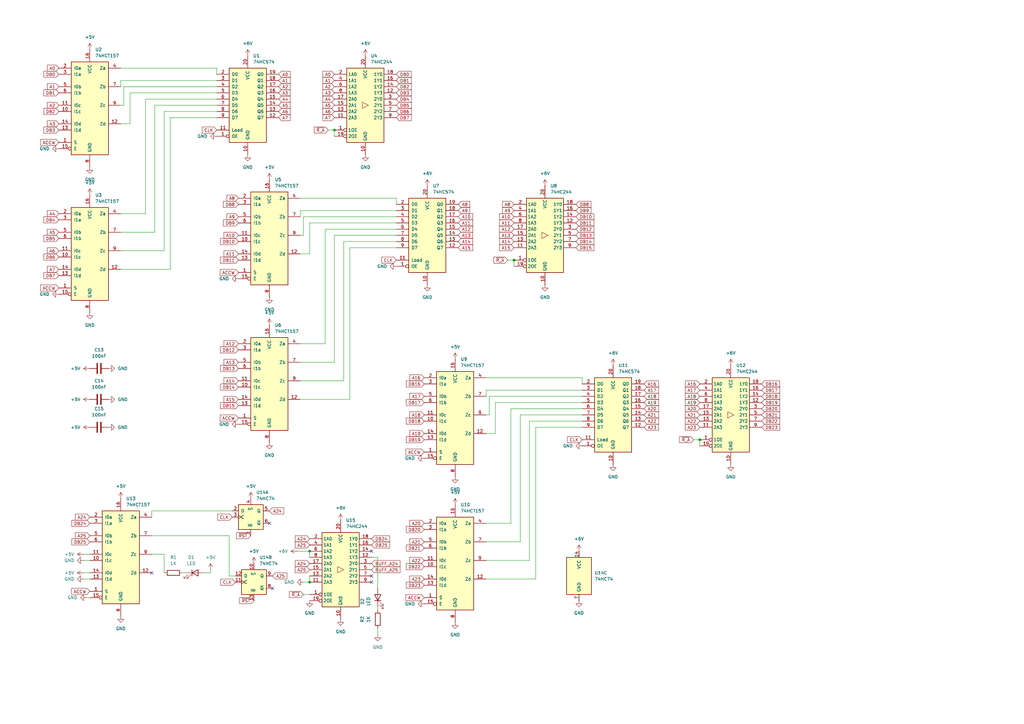
<source format=kicad_sch>
(kicad_sch (version 20250114) (generator "eeschema") (generator_version "9.0")
  (paper "A3")
  (junction (at 137.16 53.34))
  (junction (at 287.02 180.34))
  (junction (at 210.82 106.68))
  (junction (at 127 238.76))
  (junction (at 127 226.06))
  (no_connect (at 152.4 226.06))
  (no_connect (at 110.49 214.63))
  (no_connect (at 152.4 236.22))
  (no_connect (at 62.23 234.95))
  (no_connect (at 111.76 241.3))
  (no_connect (at 152.4 238.76))
  (wire (pts (xy 86.36 233.68) (xy 86.36 234.95)))
  (wire (pts (xy 34.29 229.87) (xy 36.83 229.87)))
  (wire (pts (xy 59.69 87.63) (xy 49.53 87.63)))
  (wire (pts (xy 121.92 226.06) (xy 127 226.06)))
  (wire (pts (xy 208.28 106.68) (xy 210.82 106.68)))
  (wire (pts (xy 238.76 175.26) (xy 219.71 175.26)))
  (wire (pts (xy 74.93 234.95) (xy 76.2 234.95)))
  (wire (pts (xy 238.76 154.94) (xy 238.76 157.48)))
  (wire (pts (xy 199.39 160.02) (xy 199.39 162.56)))
  (wire (pts (xy 238.76 172.72) (xy 217.17 172.72)))
  (wire (pts (xy 124.46 238.76) (xy 127 238.76)))
  (wire (pts (xy 213.36 170.18) (xy 213.36 222.25)))
  (wire (pts (xy 50.8 43.18) (xy 49.53 43.18)))
  (wire (pts (xy 62.23 227.33) (xy 67.31 227.33)))
  (wire (pts (xy 134.62 53.34) (xy 137.16 53.34)))
  (wire (pts (xy 137.16 148.59) (xy 123.19 148.59)))
  (wire (pts (xy 88.9 38.1) (xy 53.34 38.1)))
  (wire (pts (xy 124.46 88.9) (xy 124.46 96.52)))
  (wire (pts (xy 162.56 91.44) (xy 127 91.44)))
  (wire (pts (xy 162.56 96.52) (xy 137.16 96.52)))
  (wire (pts (xy 133.35 140.97) (xy 123.19 140.97)))
  (wire (pts (xy 93.98 219.71) (xy 93.98 236.22)))
  (wire (pts (xy 49.53 27.94) (xy 88.9 27.94)))
  (wire (pts (xy 50.8 35.56) (xy 50.8 43.18)))
  (wire (pts (xy 69.85 110.49) (xy 49.53 110.49)))
  (wire (pts (xy 162.56 101.6) (xy 143.51 101.6)))
  (wire (pts (xy 88.9 35.56) (xy 50.8 35.56)))
  (wire (pts (xy 67.31 102.87) (xy 49.53 102.87)))
  (wire (pts (xy 137.16 96.52) (xy 137.16 148.59)))
  (wire (pts (xy 238.76 167.64) (xy 209.55 167.64)))
  (wire (pts (xy 63.5 43.18) (xy 63.5 95.25)))
  (wire (pts (xy 287.02 180.34) (xy 287.02 182.88)))
  (wire (pts (xy 199.39 154.94) (xy 238.76 154.94)))
  (wire (pts (xy 49.53 33.02) (xy 49.53 35.56)))
  (wire (pts (xy 127 91.44) (xy 127 104.14)))
  (wire (pts (xy 162.56 99.06) (xy 140.97 99.06)))
  (wire (pts (xy 59.69 40.64) (xy 59.69 87.63)))
  (wire (pts (xy 140.97 156.21) (xy 123.19 156.21)))
  (wire (pts (xy 88.9 48.26) (xy 69.85 48.26)))
  (wire (pts (xy 143.51 101.6) (xy 143.51 163.83)))
  (wire (pts (xy 127 104.14) (xy 123.19 104.14)))
  (wire (pts (xy 67.31 227.33) (xy 67.31 234.95)))
  (wire (pts (xy 140.97 99.06) (xy 140.97 156.21)))
  (wire (pts (xy 162.56 88.9) (xy 124.46 88.9)))
  (wire (pts (xy 154.94 250.19) (xy 154.94 248.92)))
  (wire (pts (xy 203.2 177.8) (xy 199.39 177.8)))
  (wire (pts (xy 88.9 27.94) (xy 88.9 30.48)))
  (wire (pts (xy 62.23 219.71) (xy 93.98 219.71)))
  (wire (pts (xy 69.85 48.26) (xy 69.85 110.49)))
  (wire (pts (xy 238.76 170.18) (xy 213.36 170.18)))
  (wire (pts (xy 209.55 214.63) (xy 199.39 214.63)))
  (wire (pts (xy 284.48 180.34) (xy 287.02 180.34)))
  (wire (pts (xy 133.35 93.98) (xy 133.35 140.97)))
  (wire (pts (xy 88.9 40.64) (xy 59.69 40.64)))
  (wire (pts (xy 62.23 209.55) (xy 62.23 212.09)))
  (wire (pts (xy 154.94 257.81) (xy 154.94 260.35)))
  (wire (pts (xy 154.94 228.6) (xy 154.94 241.3)))
  (wire (pts (xy 238.76 162.56) (xy 200.66 162.56)))
  (wire (pts (xy 35.56 245.11) (xy 36.83 245.11)))
  (wire (pts (xy 34.29 227.33) (xy 36.83 227.33)))
  (wire (pts (xy 219.71 237.49) (xy 199.39 237.49)))
  (wire (pts (xy 203.2 165.1) (xy 203.2 177.8)))
  (wire (pts (xy 34.29 234.95) (xy 36.83 234.95)))
  (wire (pts (xy 127 226.06) (xy 127 228.6)))
  (wire (pts (xy 162.56 81.28) (xy 162.56 83.82)))
  (wire (pts (xy 95.25 209.55) (xy 62.23 209.55)))
  (wire (pts (xy 124.46 243.84) (xy 127 243.84)))
  (wire (pts (xy 88.9 33.02) (xy 49.53 33.02)))
  (wire (pts (xy 137.16 53.34) (xy 137.16 55.88)))
  (wire (pts (xy 53.34 50.8) (xy 49.53 50.8)))
  (wire (pts (xy 219.71 175.26) (xy 219.71 237.49)))
  (wire (pts (xy 143.51 163.83) (xy 123.19 163.83)))
  (wire (pts (xy 152.4 228.6) (xy 154.94 228.6)))
  (wire (pts (xy 127 238.76) (xy 127 236.22)))
  (wire (pts (xy 67.31 45.72) (xy 67.31 102.87)))
  (wire (pts (xy 213.36 222.25) (xy 199.39 222.25)))
  (wire (pts (xy 238.76 165.1) (xy 203.2 165.1)))
  (wire (pts (xy 200.66 162.56) (xy 200.66 170.18)))
  (wire (pts (xy 53.34 38.1) (xy 53.34 50.8)))
  (wire (pts (xy 34.29 237.49) (xy 36.83 237.49)))
  (wire (pts (xy 63.5 95.25) (xy 49.53 95.25)))
  (wire (pts (xy 210.82 106.68) (xy 210.82 109.22)))
  (wire (pts (xy 123.19 86.36) (xy 123.19 88.9)))
  (wire (pts (xy 123.19 81.28) (xy 162.56 81.28)))
  (wire (pts (xy 88.9 43.18) (xy 63.5 43.18)))
  (wire (pts (xy 162.56 93.98) (xy 133.35 93.98)))
  (wire (pts (xy 217.17 229.87) (xy 199.39 229.87)))
  (wire (pts (xy 238.76 160.02) (xy 199.39 160.02)))
  (wire (pts (xy 209.55 167.64) (xy 209.55 214.63)))
  (wire (pts (xy 162.56 86.36) (xy 123.19 86.36)))
  (wire (pts (xy 200.66 170.18) (xy 199.39 170.18)))
  (wire (pts (xy 88.9 45.72) (xy 67.31 45.72)))
  (wire (pts (xy 86.36 234.95) (xy 83.82 234.95)))
  (wire (pts (xy 124.46 96.52) (xy 123.19 96.52)))
  (wire (pts (xy 93.98 236.22) (xy 96.52 236.22)))
  (wire (pts (xy 217.17 172.72) (xy 217.17 229.87)))
  (global_label "DB16" (shape input) (at 312.42 157.48 0) (property "Intersheetrefs" "${INTERSHEET_REFS}" (effects (hide yes))))
  (global_label "A1" (shape input) (at 24.13 35.56 180) (property "Intersheetrefs" "${INTERSHEET_REFS}" (effects (hide yes))))
  (global_label "A4" (shape input) (at 24.13 87.63 180) (property "Intersheetrefs" "${INTERSHEET_REFS}" (effects (hide yes))))
  (global_label "A10" (shape input) (at 97.79 96.52 180) (property "Intersheetrefs" "${INTERSHEET_REFS}" (effects (hide yes))))
  (global_label "DB22" (shape input) (at 312.42 172.72 0) (property "Intersheetrefs" "${INTERSHEET_REFS}" (effects (hide yes))))
  (global_label "A11" (shape input) (at 97.79 104.14 180) (property "Intersheetrefs" "${INTERSHEET_REFS}" (effects (hide yes))))
  (global_label "A25" (shape input) (at 111.76 236.22 0) (property "Intersheetrefs" "${INTERSHEET_REFS}" (effects (hide yes))))
  (global_label "A14" (shape input) (at 97.79 156.21 180) (property "Intersheetrefs" "${INTERSHEET_REFS}" (effects (hide yes))))
  (global_label "DB24" (shape input) (at 36.83 214.63 180) (property "Intersheetrefs" "${INTERSHEET_REFS}" (effects (hide yes))))
  (global_label "A18" (shape input) (at 173.99 170.18 180) (property "Intersheetrefs" "${INTERSHEET_REFS}" (effects (hide yes))))
  (global_label "DB3" (shape input) (at 24.13 53.34 180) (property "Intersheetrefs" "${INTERSHEET_REFS}" (effects (hide yes))))
  (global_label "A20" (shape input) (at 173.99 214.63 180) (property "Intersheetrefs" "${INTERSHEET_REFS}" (effects (hide yes))))
  (global_label "A1" (shape input) (at 137.16 33.02 180) (property "Intersheetrefs" "${INTERSHEET_REFS}" (effects (hide yes))))
  (global_label "DB6" (shape input) (at 24.13 105.41 180) (property "Intersheetrefs" "${INTERSHEET_REFS}" (effects (hide yes))))
  (global_label "A16" (shape input) (at 264.16 157.48 0) (property "Intersheetrefs" "${INTERSHEET_REFS}" (effects (hide yes))))
  (global_label "A0" (shape input) (at 24.13 27.94 180) (property "Intersheetrefs" "${INTERSHEET_REFS}" (effects (hide yes))))
  (global_label "A25" (shape input) (at 127 223.52 180) (property "Intersheetrefs" "${INTERSHEET_REFS}" (effects (hide yes))))
  (global_label "DB23" (shape input) (at 173.99 240.03 180) (property "Intersheetrefs" "${INTERSHEET_REFS}" (effects (hide yes))))
  (global_label "A6" (shape input) (at 24.13 102.87 180) (property "Intersheetrefs" "${INTERSHEET_REFS}" (effects (hide yes))))
  (global_label "DB14" (shape input) (at 97.79 158.75 180) (property "Intersheetrefs" "${INTERSHEET_REFS}" (effects (hide yes))))
  (global_label "A24" (shape input) (at 127 220.98 180) (property "Intersheetrefs" "${INTERSHEET_REFS}" (effects (hide yes))))
  (global_label "DB23" (shape input) (at 312.42 175.26 0) (property "Intersheetrefs" "${INTERSHEET_REFS}" (effects (hide yes))))
  (global_label "A10" (shape input) (at 210.82 88.9 180) (property "Intersheetrefs" "${INTERSHEET_REFS}" (effects (hide yes))))
  (global_label "A7" (shape input) (at 24.13 110.49 180) (property "Intersheetrefs" "${INTERSHEET_REFS}" (effects (hide yes))))
  (global_label "DB8" (shape input) (at 97.79 83.82 180) (property "Intersheetrefs" "${INTERSHEET_REFS}" (effects (hide yes))))
  (global_label "ACCW" (shape input) (at 24.13 118.11 180) (property "Intersheetrefs" "${INTERSHEET_REFS}" (effects (hide yes))))
  (global_label "A3" (shape input) (at 114.3 38.1 0) (property "Intersheetrefs" "${INTERSHEET_REFS}" (effects (hide yes))))
  (global_label "ACCW" (shape input) (at 97.79 171.45 180) (property "Intersheetrefs" "${INTERSHEET_REFS}" (effects (hide yes))))
  (global_label "DB19" (shape input) (at 173.99 180.34 180) (property "Intersheetrefs" "${INTERSHEET_REFS}" (effects (hide yes))))
  (global_label "ACCW" (shape input) (at 36.83 242.57 180) (property "Intersheetrefs" "${INTERSHEET_REFS}" (effects (hide yes))))
  (global_label "A21" (shape input) (at 173.99 222.25 180) (property "Intersheetrefs" "${INTERSHEET_REFS}" (effects (hide yes))))
  (global_label "A4" (shape input) (at 137.16 40.64 180) (property "Intersheetrefs" "${INTERSHEET_REFS}" (effects (hide yes))))
  (global_label "A21" (shape input) (at 287.02 170.18 180) (property "Intersheetrefs" "${INTERSHEET_REFS}" (effects (hide yes))))
  (global_label "DB7" (shape input) (at 162.56 48.26 0) (property "Intersheetrefs" "${INTERSHEET_REFS}" (effects (hide yes))))
  (global_label "DB18" (shape input) (at 173.99 172.72 180) (property "Intersheetrefs" "${INTERSHEET_REFS}" (effects (hide yes))))
  (global_label "A20" (shape input) (at 287.02 167.64 180) (property "Intersheetrefs" "${INTERSHEET_REFS}" (effects (hide yes))))
  (global_label "A0" (shape input) (at 137.16 30.48 180) (property "Intersheetrefs" "${INTERSHEET_REFS}" (effects (hide yes))))
  (global_label "A16" (shape input) (at 287.02 157.48 180) (property "Intersheetrefs" "${INTERSHEET_REFS}" (effects (hide yes))))
  (global_label "A19" (shape input) (at 173.99 177.8 180) (property "Intersheetrefs" "${INTERSHEET_REFS}" (effects (hide yes))))
  (global_label "DB4" (shape input) (at 162.56 40.64 0) (property "Intersheetrefs" "${INTERSHEET_REFS}" (effects (hide yes))))
  (global_label "A17" (shape input) (at 287.02 160.02 180) (property "Intersheetrefs" "${INTERSHEET_REFS}" (effects (hide yes))))
  (global_label "A11" (shape input) (at 187.96 91.44 0) (property "Intersheetrefs" "${INTERSHEET_REFS}" (effects (hide yes))))
  (global_label "DB2" (shape input) (at 24.13 45.72 180) (property "Intersheetrefs" "${INTERSHEET_REFS}" (effects (hide yes))))
  (global_label "A5" (shape input) (at 137.16 43.18 180) (property "Intersheetrefs" "${INTERSHEET_REFS}" (effects (hide yes))))
  (global_label "DB17" (shape input) (at 173.99 165.1 180) (property "Intersheetrefs" "${INTERSHEET_REFS}" (effects (hide yes))))
  (global_label "ACCW" (shape input) (at 97.79 111.76 180) (property "Intersheetrefs" "${INTERSHEET_REFS}" (effects (hide yes))))
  (global_label "DB0" (shape input) (at 24.13 30.48 180) (property "Intersheetrefs" "${INTERSHEET_REFS}" (effects (hide yes))))
  (global_label "ACCW" (shape input) (at 173.99 245.11 180) (property "Intersheetrefs" "${INTERSHEET_REFS}" (effects (hide yes))))
  (global_label "DB5" (shape input) (at 24.13 97.79 180) (property "Intersheetrefs" "${INTERSHEET_REFS}" (effects (hide yes))))
  (global_label "A16" (shape input) (at 173.99 154.94 180) (property "Intersheetrefs" "${INTERSHEET_REFS}" (effects (hide yes))))
  (global_label "A2" (shape input) (at 24.13 43.18 180) (property "Intersheetrefs" "${INTERSHEET_REFS}" (effects (hide yes))))
  (global_label "DB2" (shape input) (at 162.56 35.56 0) (property "Intersheetrefs" "${INTERSHEET_REFS}" (effects (hide yes))))
  (global_label "A1" (shape input) (at 114.3 33.02 0) (property "Intersheetrefs" "${INTERSHEET_REFS}" (effects (hide yes))))
  (global_label "DB13" (shape input) (at 236.22 96.52 0) (property "Intersheetrefs" "${INTERSHEET_REFS}" (effects (hide yes))))
  (global_label "A10" (shape input) (at 187.96 88.9 0) (property "Intersheetrefs" "${INTERSHEET_REFS}" (effects (hide yes))))
  (global_label "A24" (shape input) (at 127 231.14 180) (property "Intersheetrefs" "${INTERSHEET_REFS}" (effects (hide yes))))
  (global_label "A14" (shape input) (at 210.82 99.06 180) (property "Intersheetrefs" "${INTERSHEET_REFS}" (effects (hide yes))))
  (global_label "A3" (shape input) (at 24.13 50.8 180) (property "Intersheetrefs" "${INTERSHEET_REFS}" (effects (hide yes))))
  (global_label "DB21" (shape input) (at 312.42 170.18 0) (property "Intersheetrefs" "${INTERSHEET_REFS}" (effects (hide yes))))
  (global_label "A18" (shape input) (at 287.02 162.56 180) (property "Intersheetrefs" "${INTERSHEET_REFS}" (effects (hide yes))))
  (global_label "DB12" (shape input) (at 97.79 143.51 180) (property "Intersheetrefs" "${INTERSHEET_REFS}" (effects (hide yes))))
  (global_label "DB11" (shape input) (at 97.79 106.68 180) (property "Intersheetrefs" "${INTERSHEET_REFS}" (effects (hide yes))))
  (global_label "DB9" (shape input) (at 97.79 91.44 180) (property "Intersheetrefs" "${INTERSHEET_REFS}" (effects (hide yes))))
  (global_label "A12" (shape input) (at 187.96 93.98 0) (property "Intersheetrefs" "${INTERSHEET_REFS}" (effects (hide yes))))
  (global_label "DB19" (shape input) (at 312.42 165.1 0) (property "Intersheetrefs" "${INTERSHEET_REFS}" (effects (hide yes))))
  (global_label "A12" (shape input) (at 210.82 93.98 180) (property "Intersheetrefs" "${INTERSHEET_REFS}" (effects (hide yes))))
  (global_label "A25" (shape input) (at 127 233.68 180) (property "Intersheetrefs" "${INTERSHEET_REFS}" (effects (hide yes))))
  (global_label "DB10" (shape input) (at 97.79 99.06 180) (property "Intersheetrefs" "${INTERSHEET_REFS}" (effects (hide yes))))
  (global_label "DB7" (shape input) (at 24.13 113.03 180) (property "Intersheetrefs" "${INTERSHEET_REFS}" (effects (hide yes))))
  (global_label "DB14" (shape input) (at 236.22 99.06 0) (property "Intersheetrefs" "${INTERSHEET_REFS}" (effects (hide yes))))
  (global_label "A2" (shape input) (at 137.16 35.56 180) (property "Intersheetrefs" "${INTERSHEET_REFS}" (effects (hide yes))))
  (global_label "DB1" (shape input) (at 162.56 33.02 0) (property "Intersheetrefs" "${INTERSHEET_REFS}" (effects (hide yes))))
  (global_label "A9" (shape input) (at 187.96 86.36 0) (property "Intersheetrefs" "${INTERSHEET_REFS}" (effects (hide yes))))
  (global_label "A13" (shape input) (at 97.79 148.59 180) (property "Intersheetrefs" "${INTERSHEET_REFS}" (effects (hide yes))))
  (global_label "A9" (shape input) (at 97.79 88.9 180) (property "Intersheetrefs" "${INTERSHEET_REFS}" (effects (hide yes))))
  (global_label "DB13" (shape input) (at 97.79 151.13 180) (property "Intersheetrefs" "${INTERSHEET_REFS}" (effects (hide yes))))
  (global_label "DB25" (shape input) (at 152.4 223.52 0) (property "Intersheetrefs" "${INTERSHEET_REFS}" (effects (hide yes))))
  (global_label "A7" (shape input) (at 114.3 48.26 0) (property "Intersheetrefs" "${INTERSHEET_REFS}" (effects (hide yes))))
  (global_label "DB24" (shape input) (at 152.4 220.98 0) (property "Intersheetrefs" "${INTERSHEET_REFS}" (effects (hide yes))))
  (global_label "A6" (shape input) (at 137.16 45.72 180) (property "Intersheetrefs" "${INTERSHEET_REFS}" (effects (hide yes))))
  (global_label "A9" (shape input) (at 210.82 86.36 180) (property "Intersheetrefs" "${INTERSHEET_REFS}" (effects (hide yes))))
  (global_label "DB6" (shape input) (at 162.56 45.72 0) (property "Intersheetrefs" "${INTERSHEET_REFS}" (effects (hide yes))))
  (global_label "A19" (shape input) (at 264.16 165.1 0) (property "Intersheetrefs" "${INTERSHEET_REFS}" (effects (hide yes))))
  (global_label "A15" (shape input) (at 97.79 163.83 180) (property "Intersheetrefs" "${INTERSHEET_REFS}" (effects (hide yes))))
  (global_label "A5" (shape input) (at 114.3 43.18 0) (property "Intersheetrefs" "${INTERSHEET_REFS}" (effects (hide yes))))
  (global_label "A23" (shape input) (at 287.02 175.26 180) (property "Intersheetrefs" "${INTERSHEET_REFS}" (effects (hide yes))))
  (global_label "A22" (shape input) (at 173.99 229.87 180) (property "Intersheetrefs" "${INTERSHEET_REFS}" (effects (hide yes))))
  (global_label "A8" (shape input) (at 97.79 81.28 180) (property "Intersheetrefs" "${INTERSHEET_REFS}" (effects (hide yes))))
  (global_label "A13" (shape input) (at 187.96 96.52 0) (property "Intersheetrefs" "${INTERSHEET_REFS}" (effects (hide yes))))
  (global_label "CLK" (shape input) (at 88.9 53.34 180) (property "Intersheetrefs" "${INTERSHEET_REFS}" (effects (hide yes))))
  (global_label "A13" (shape input) (at 210.82 96.52 180) (property "Intersheetrefs" "${INTERSHEET_REFS}" (effects (hide yes))))
  (global_label "A15" (shape input) (at 210.82 101.6 180) (property "Intersheetrefs" "${INTERSHEET_REFS}" (effects (hide yes))))
  (global_label "DB11" (shape input) (at 236.22 91.44 0) (property "Intersheetrefs" "${INTERSHEET_REFS}" (effects (hide yes))))
  (global_label "A22" (shape input) (at 287.02 172.72 180) (property "Intersheetrefs" "${INTERSHEET_REFS}" (effects (hide yes))))
  (global_label "ACCW" (shape input) (at 24.13 58.42 180) (property "Intersheetrefs" "${INTERSHEET_REFS}" (effects (hide yes))))
  (global_label "DB1" (shape input) (at 24.13 38.1 180) (property "Intersheetrefs" "${INTERSHEET_REFS}" (effects (hide yes))))
  (global_label "DB9" (shape input) (at 236.22 86.36 0) (property "Intersheetrefs" "${INTERSHEET_REFS}" (effects (hide yes))))
  (global_label "DB20" (shape input) (at 312.42 167.64 0) (property "Intersheetrefs" "${INTERSHEET_REFS}" (effects (hide yes))))
  (global_label "A8" (shape input) (at 210.82 83.82 180) (property "Intersheetrefs" "${INTERSHEET_REFS}" (effects (hide yes))))
  (global_label "~{RST}" (shape input) (at 102.87 219.71 180) (property "Intersheetrefs" "${INTERSHEET_REFS}" (effects (hide yes))))
  (global_label "~{R_A}" (shape input) (at 134.62 53.34 180) (property "Intersheetrefs" "${INTERSHEET_REFS}" (effects (hide yes))))
  (global_label "DB4" (shape input) (at 24.13 90.17 180) (property "Intersheetrefs" "${INTERSHEET_REFS}" (effects (hide yes))))
  (global_label "A23" (shape input) (at 264.16 175.26 0) (property "Intersheetrefs" "${INTERSHEET_REFS}" (effects (hide yes))))
  (global_label "A23" (shape input) (at 173.99 237.49 180) (property "Intersheetrefs" "${INTERSHEET_REFS}" (effects (hide yes))))
  (global_label "A12" (shape input) (at 97.79 140.97 180) (property "Intersheetrefs" "${INTERSHEET_REFS}" (effects (hide yes))))
  (global_label "A19" (shape input) (at 287.02 165.1 180) (property "Intersheetrefs" "${INTERSHEET_REFS}" (effects (hide yes))))
  (global_label "A4" (shape input) (at 114.3 40.64 0) (property "Intersheetrefs" "${INTERSHEET_REFS}" (effects (hide yes))))
  (global_label "DB0" (shape input) (at 162.56 30.48 0) (property "Intersheetrefs" "${INTERSHEET_REFS}" (effects (hide yes))))
  (global_label "DB15" (shape input) (at 236.22 101.6 0) (property "Intersheetrefs" "${INTERSHEET_REFS}" (effects (hide yes))))
  (global_label "DB20" (shape input) (at 173.99 217.17 180) (property "Intersheetrefs" "${INTERSHEET_REFS}" (effects (hide yes))))
  (global_label "~{R_A}" (shape input) (at 284.48 180.34 180) (property "Intersheetrefs" "${INTERSHEET_REFS}" (effects (hide yes))))
  (global_label "A22" (shape input) (at 264.16 172.72 0) (property "Intersheetrefs" "${INTERSHEET_REFS}" (effects (hide yes))))
  (global_label "~{R_A}" (shape input) (at 208.28 106.68 180) (property "Intersheetrefs" "${INTERSHEET_REFS}" (effects (hide yes))))
  (global_label "A21" (shape input) (at 264.16 170.18 0) (property "Intersheetrefs" "${INTERSHEET_REFS}" (effects (hide yes))))
  (global_label "DB10" (shape input) (at 236.22 88.9 0) (property "Intersheetrefs" "${INTERSHEET_REFS}" (effects (hide yes))))
  (global_label "DB17" (shape input) (at 312.42 160.02 0) (property "Intersheetrefs" "${INTERSHEET_REFS}" (effects (hide yes))))
  (global_label "A14" (shape input) (at 187.96 99.06 0) (property "Intersheetrefs" "${INTERSHEET_REFS}" (effects (hide yes))))
  (global_label "CLK" (shape input) (at 95.25 212.09 180) (property "Intersheetrefs" "${INTERSHEET_REFS}" (effects (hide yes))))
  (global_label "DB15" (shape input) (at 97.79 166.37 180) (property "Intersheetrefs" "${INTERSHEET_REFS}" (effects (hide yes))))
  (global_label "A18" (shape input) (at 264.16 162.56 0) (property "Intersheetrefs" "${INTERSHEET_REFS}" (effects (hide yes))))
  (global_label "DB3" (shape input) (at 162.56 38.1 0) (property "Intersheetrefs" "${INTERSHEET_REFS}" (effects (hide yes))))
  (global_label "DB12" (shape input) (at 236.22 93.98 0) (property "Intersheetrefs" "${INTERSHEET_REFS}" (effects (hide yes))))
  (global_label "~{R_A}" (shape input) (at 124.46 243.84 180) (property "Intersheetrefs" "${INTERSHEET_REFS}" (effects (hide yes))))
  (global_label "A11" (shape input) (at 210.82 91.44 180) (property "Intersheetrefs" "${INTERSHEET_REFS}" (effects (hide yes))))
  (global_label "A0" (shape input) (at 114.3 30.48 0) (property "Intersheetrefs" "${INTERSHEET_REFS}" (effects (hide yes))))
  (global_label "BUFF_A24" (shape input) (at 152.4 231.14 0) (property "Intersheetrefs" "${INTERSHEET_REFS}" (effects (hide yes))))
  (global_label "A17" (shape input) (at 173.99 162.56 180) (property "Intersheetrefs" "${INTERSHEET_REFS}" (effects (hide yes))))
  (global_label "DB16" (shape input) (at 173.99 157.48 180) (property "Intersheetrefs" "${INTERSHEET_REFS}" (effects (hide yes))))
  (global_label "A20" (shape input) (at 264.16 167.64 0) (property "Intersheetrefs" "${INTERSHEET_REFS}" (effects (hide yes))))
  (global_label "DB25" (shape input) (at 36.83 222.25 180) (property "Intersheetrefs" "${INTERSHEET_REFS}" (effects (hide yes))))
  (global_label "A3" (shape input) (at 137.16 38.1 180) (property "Intersheetrefs" "${INTERSHEET_REFS}" (effects (hide yes))))
  (global_label "A6" (shape input) (at 114.3 45.72 0) (property "Intersheetrefs" "${INTERSHEET_REFS}" (effects (hide yes))))
  (global_label "DB18" (shape input) (at 312.42 162.56 0) (property "Intersheetrefs" "${INTERSHEET_REFS}" (effects (hide yes))))
  (global_label "DB8" (shape input) (at 236.22 83.82 0) (property "Intersheetrefs" "${INTERSHEET_REFS}" (effects (hide yes))))
  (global_label "CLK" (shape input) (at 96.52 238.76 180) (property "Intersheetrefs" "${INTERSHEET_REFS}" (effects (hide yes))))
  (global_label "~{RST}" (shape input) (at 104.14 246.38 180) (property "Intersheetrefs" "${INTERSHEET_REFS}" (effects (hide yes))))
  (global_label "ACCW" (shape input) (at 173.99 185.42 180) (property "Intersheetrefs" "${INTERSHEET_REFS}" (effects (hide yes))))
  (global_label "BUFF_A25" (shape input) (at 152.4 233.68 0) (property "Intersheetrefs" "${INTERSHEET_REFS}" (effects (hide yes))))
  (global_label "DB5" (shape input) (at 162.56 43.18 0) (property "Intersheetrefs" "${INTERSHEET_REFS}" (effects (hide yes))))
  (global_label "A25" (shape input) (at 36.83 219.71 180) (property "Intersheetrefs" "${INTERSHEET_REFS}" (effects (hide yes))))
  (global_label "A24" (shape input) (at 36.83 212.09 180) (property "Intersheetrefs" "${INTERSHEET_REFS}" (effects (hide yes))))
  (global_label "A2" (shape input) (at 114.3 35.56 0) (property "Intersheetrefs" "${INTERSHEET_REFS}" (effects (hide yes))))
  (global_label "A5" (shape input) (at 24.13 95.25 180) (property "Intersheetrefs" "${INTERSHEET_REFS}" (effects (hide yes))))
  (global_label "A8" (shape input) (at 187.96 83.82 0) (property "Intersheetrefs" "${INTERSHEET_REFS}" (effects (hide yes))))
  (global_label "A15" (shape input) (at 187.96 101.6 0) (property "Intersheetrefs" "${INTERSHEET_REFS}" (effects (hide yes))))
  (global_label "CLK" (shape input) (at 238.76 180.34 180) (property "Intersheetrefs" "${INTERSHEET_REFS}" (effects (hide yes))))
  (global_label "CLK" (shape input) (at 162.56 106.68 180) (property "Intersheetrefs" "${INTERSHEET_REFS}" (effects (hide yes))))
  (global_label "DB22" (shape input) (at 173.99 232.41 180) (property "Intersheetrefs" "${INTERSHEET_REFS}" (effects (hide yes))))
  (global_label "A17" (shape input) (at 264.16 160.02 0) (property "Intersheetrefs" "${INTERSHEET_REFS}" (effects (hide yes))))
  (global_label "DB21" (shape input) (at 173.99 224.79 180) (property "Intersheetrefs" "${INTERSHEET_REFS}" (effects (hide yes))))
  (global_label "A24" (shape input) (at 110.49 209.55 0) (property "Intersheetrefs" "${INTERSHEET_REFS}" (effects (hide yes))))
  (global_label "A7" (shape input) (at 137.16 48.26 180) (property "Intersheetrefs" "${INTERSHEET_REFS}" (effects (hide yes))))
  (symbol (lib_id "74xx:74LS157") (at 186.69 229.87 0) (unit 1)
    (property "Reference" "U10" (at 188.8841 207.01 0) (effects (justify left)))
    (property "Value" "74HCT157" (at 188.8841 209.55 0) (effects (justify left)))
    (property "Footprint" "Package_SO:SO-16_3.9x9.9mm_P1.27mm" (effects (hide yes)))
    (property "Datasheet" "http://www.ti.com/lit/gpn/sn74LS157" (effects (hide yes)))
    (property "Description" "Quad 2 to 1 line Multiplexer" (effects (hide yes)))
    (property "VerilogCode" "ttl_74hct157 U10({I1d, I0d}, {I1c, I0c}, {I1b, I0b}, {I1a, I0a}, S, E, {Zd, Zc, Zb, Za});" (effects (hide yes)))
  )
  (symbol (lib_id "Device:C") (at 40.64 151.13 90) (unit 1)
    (property "Reference" "C13" (at 40.64 143.51 90))
    (property "Value" "100nF" (at 40.64 146.05 90))
    (property "Footprint" "Capacitor_SMD:C_0805_2012Metric_Pad1.18x1.45mm_HandSolder" (effects (hide yes)))
  )
  (symbol (lib_id "power:GND") (at 110.49 181.61 0) (unit 1)
    (property "Reference" "#PWR023" (effects (hide yes)))
    (property "Value" "GND" (at 110.49 186.69 0))
    (property "Description" "Power symbol creates a global label with name \"GND\" , ground" (effects (hide yes)))
  )
  (symbol (lib_id "power:GND") (at 124.46 238.76 270) (unit 1)
    (property "Reference" "#PWR054" (effects (hide yes)))
    (property "Value" "GND" (at 120.65 238.7599 90) (effects (justify right)))
    (property "Description" "Power symbol creates a global label with name \"GND\" , ground" (effects (hide yes)))
  )
  (symbol (lib_id "74xx:74LS573") (at 175.26 96.52 0) (unit 1)
    (property "Reference" "U7" (at 177.4541 76.2 0) (effects (justify left)))
    (property "Value" "74HC574" (at 177.4541 78.74 0) (effects (justify left)))
    (property "Footprint" "Package_SO:SO-20_12.8x7.5mm_P1.27mm" (effects (hide yes)))
    (property "Datasheet" "74xx/74hc573.pdf" (effects (hide yes)))
    (property "Description" "8-bit Latch 3-state outputs" (effects (hide yes)))
    (property "VerilogCode" "ttl_74hct574 U7(`D, `Q, Load, OE);" (effects (hide yes)))
  )
  (symbol (lib_id "power:GND") (at 97.79 173.99 270) (unit 1)
    (property "Reference" "#PWR019" (effects (hide yes)))
    (property "Value" "GND" (at 93.98 173.9899 90) (effects (justify right)))
    (property "Description" "Power symbol creates a global label with name \"GND\" , ground" (effects (hide yes)))
  )
  (symbol (lib_id "power:GND") (at 238.76 182.88 270) (unit 1)
    (property "Reference" "#PWR035" (effects (hide yes)))
    (property "Value" "GND" (at 234.95 182.8799 90) (effects (justify right)))
    (property "Description" "Power symbol creates a global label with name \"GND\" , ground" (effects (hide yes)))
  )
  (symbol (lib_id "power:GND") (at 44.45 151.13 90) (unit 1)
    (property "Reference" "#PWR0201" (effects (hide yes)))
    (property "Value" "GND" (at 48.26 151.1299 90) (effects (justify right)))
    (property "Description" "Power symbol creates a global label with name \"GND\" , ground" (effects (hide yes)))
  )
  (symbol (lib_id "power:+6V") (at 175.26 76.2 0) (unit 1)
    (property "Reference" "#PWR025" (effects (hide yes)))
    (property "Value" "+6V" (at 175.26 71.12 0))
    (property "Description" "Power symbol creates a global label with name \"+6V\"" (effects (hide yes)))
  )
  (symbol (lib_id "power:GND") (at 49.53 252.73 0) (unit 1)
    (property "Reference" "#PWR041" (effects (hide yes)))
    (property "Value" "GND" (at 49.53 257.81 0))
    (property "Description" "Power symbol creates a global label with name \"GND\" , ground" (effects (hide yes)))
  )
  (symbol (lib_id "power:+6V") (at 121.92 226.06 90) (unit 1)
    (property "Reference" "#PWR055" (effects (hide yes)))
    (property "Value" "+6V" (at 118.11 226.0599 90) (effects (justify left)))
    (property "Description" "Power symbol creates a global label with name \"+6V\"" (effects (hide yes)))
  )
  (symbol (lib_id "power:GND") (at 101.6 63.5 0) (unit 1)
    (property "Reference" "#PWR08" (effects (hide yes)))
    (property "Value" "GND" (at 101.6 68.58 0))
    (property "Description" "Power symbol creates a global label with name \"GND\" , ground" (effects (hide yes)))
  )
  (symbol (lib_id "power:GND") (at 44.45 175.26 90) (unit 1)
    (property "Reference" "#PWR0205" (effects (hide yes)))
    (property "Value" "GND" (at 48.26 175.2599 90) (effects (justify right)))
    (property "Description" "Power symbol creates a global label with name \"GND\" , ground" (effects (hide yes)))
  )
  (symbol (lib_id "power:+5V") (at 49.53 204.47 0) (unit 1)
    (property "Reference" "#PWR040" (effects (hide yes)))
    (property "Value" "+5V" (at 49.53 199.39 0))
    (property "Description" "Power symbol creates a global label with name \"+5V\"" (effects (hide yes)))
  )
  (symbol (lib_id "74xx:74HC244") (at 223.52 96.52 0) (unit 1)
    (property "Reference" "U8" (at 225.7141 76.2 0) (effects (justify left)))
    (property "Value" "74HC244" (at 225.7141 78.74 0) (effects (justify left)))
    (property "Footprint" "Package_SO:SO-20_12.8x7.5mm_P1.27mm" (effects (hide yes)))
    (property "Datasheet" "https://assets.nexperia.com/documents/data-sheet/74HC_HCT244.pdf" (effects (hide yes)))
    (property "Description" "8-bit Buffer/Line Driver 3-state" (effects (hide yes)))
    (property "VerilogCode" "ttl_74hc244 U8(`_1A, `_2A, `_1Y, `_2Y, _1OE, _2OE);" (effects (hide yes)))
  )
  (symbol (lib_id "power:GND") (at 251.46 190.5 0) (unit 1)
    (property "Reference" "#PWR037" (effects (hide yes)))
    (property "Value" "GND" (at 251.46 195.58 0))
    (property "Description" "Power symbol creates a global label with name \"GND\" , ground" (effects (hide yes)))
  )
  (symbol (lib_id "power:GND") (at 35.56 245.11 270) (unit 1)
    (property "Reference" "#PWR042" (effects (hide yes)))
    (property "Value" "GND" (at 31.75 245.1099 90) (effects (justify right)))
    (property "Description" "Power symbol creates a global label with name \"GND\" , ground" (effects (hide yes)))
  )
  (symbol (lib_id "power:+5V") (at 34.29 234.95 90) (unit 1)
    (property "Reference" "#PWR044" (effects (hide yes)))
    (property "Value" "+5V" (at 30.48 234.9499 90) (effects (justify left)))
    (property "Description" "Power symbol creates a global label with name \"+5V\"" (effects (hide yes)))
  )
  (symbol (lib_id "power:GND") (at 34.29 229.87 270) (unit 1)
    (property "Reference" "#PWR045" (effects (hide yes)))
    (property "Value" "GND" (at 30.48 229.8699 90) (effects (justify right)))
    (property "Description" "Power symbol creates a global label with name \"GND\" , ground" (effects (hide yes)))
  )
  (symbol (lib_id "power:+5V") (at 36.83 175.26 90) (unit 1)
    (property "Reference" "#PWR0204" (effects (hide yes)))
    (property "Value" "+5V" (at 33.02 175.2599 90) (effects (justify left)))
    (property "Description" "Power symbol creates a global label with name \"+5V\"" (effects (hide yes)))
  )
  (symbol (lib_id "74xx:74LS157") (at 49.53 227.33 0) (unit 1)
    (property "Reference" "U13" (at 51.7241 204.47 0) (effects (justify left)))
    (property "Value" "74HCT157" (at 51.7241 207.01 0) (effects (justify left)))
    (property "Footprint" "Package_SO:SO-16_3.9x9.9mm_P1.27mm" (effects (hide yes)))
    (property "Datasheet" "http://www.ti.com/lit/gpn/sn74LS157" (effects (hide yes)))
    (property "Description" "Quad 2 to 1 line Multiplexer" (effects (hide yes)))
    (property "VerilogCode" "ttl_74hct157 U13({I1d, I0d}, {I1c, I0c}, {I1b, I0b}, {I1a, I0a}, S, E, {Zd, Zc, Zb, Za});" (effects (hide yes)))
  )
  (symbol (lib_id "power:+6V") (at 149.86 22.86 0) (unit 1)
    (property "Reference" "#PWR016" (effects (hide yes)))
    (property "Value" "+6V" (at 149.86 17.78 0))
    (property "Description" "Power symbol creates a global label with name \"+6V\"" (effects (hide yes)))
  )
  (symbol (lib_id "power:GND") (at 149.86 63.5 0) (unit 1)
    (property "Reference" "#PWR017" (effects (hide yes)))
    (property "Value" "GND" (at 149.86 68.58 0))
    (property "Description" "Power symbol creates a global label with name \"GND\" , ground" (effects (hide yes)))
  )
  (symbol (lib_id "power:+5V") (at 36.83 80.01 0) (unit 1)
    (property "Reference" "#PWR011" (effects (hide yes)))
    (property "Value" "+5V" (at 36.83 74.93 0))
    (property "Description" "Power symbol creates a global label with name \"+5V\"" (effects (hide yes)))
  )
  (symbol (lib_id "74xx:74HC74") (at 104.14 238.76 0) (unit 2)
    (property "Reference" "U14" (at 106.3341 228.6 0) (effects (justify left)))
    (property "Value" "74HC74" (at 106.3341 231.14 0) (effects (justify left)))
    (property "Footprint" "Package_SO:SO-14_3.9x8.65mm_P1.27mm" (effects (hide yes)))
    (property "Datasheet" "74xx/74hc_hct74.pdf" (effects (hide yes)))
    (property "Description" "Dual D Flip-flop, Set & Reset" (effects (hide yes)))
    (property "VerilogCode" "ttl_74hc74 U14(D_2, C_3, nS_4, nR_1, Q_5, nQ_6, D_12, C_11, nS_10, nR_13, Q_9, nQ_8);" (effects (hide yes)))
  )
  (symbol (lib_id "power:GND") (at 223.52 116.84 0) (unit 1)
    (property "Reference" "#PWR028" (effects (hide yes)))
    (property "Value" "GND" (at 223.52 121.92 0))
    (property "Description" "Power symbol creates a global label with name \"GND\" , ground" (effects (hide yes)))
  )
  (symbol (lib_id "74xx:74LS157") (at 110.49 156.21 0) (unit 1)
    (property "Reference" "U6" (at 112.6841 133.35 0) (effects (justify left)))
    (property "Value" "74HCT157" (at 112.6841 135.89 0) (effects (justify left)))
    (property "Footprint" "Package_SO:SO-16_3.9x9.9mm_P1.27mm" (effects (hide yes)))
    (property "Datasheet" "http://www.ti.com/lit/gpn/sn74LS157" (effects (hide yes)))
    (property "Description" "Quad 2 to 1 line Multiplexer" (effects (hide yes)))
    (property "VerilogCode" "ttl_74hct157 U6({I1d, I0d}, {I1c, I0c}, {I1b, I0b}, {I1a, I0a}, S, E, {Zd, Zc, Zb, Za});" (effects (hide yes)))
  )
  (symbol (lib_id "74xx:74LS157") (at 36.83 102.87 0) (unit 1)
    (property "Reference" "U3" (at 39.0241 80.01 0) (effects (justify left)))
    (property "Value" "74HCT157" (at 39.0241 82.55 0) (effects (justify left)))
    (property "Footprint" "Package_SO:SO-16_3.9x9.9mm_P1.27mm" (effects (hide yes)))
    (property "Datasheet" "http://www.ti.com/lit/gpn/sn74LS157" (effects (hide yes)))
    (property "Description" "Quad 2 to 1 line Multiplexer" (effects (hide yes)))
    (property "VerilogCode" "ttl_74hct157 U3({I1d, I0d}, {I1c, I0c}, {I1b, I0b}, {I1a, I0a}, S, E, {Zd, Zc, Zb, Za});" (effects (hide yes)))
  )
  (symbol (lib_id "power:GND") (at 97.79 114.3 270) (unit 1)
    (property "Reference" "#PWR018" (effects (hide yes)))
    (property "Value" "GND" (at 93.98 114.2999 90) (effects (justify right)))
    (property "Description" "Power symbol creates a global label with name \"GND\" , ground" (effects (hide yes)))
  )
  (symbol (lib_id "74xx:74LS157") (at 186.69 170.18 0) (unit 1)
    (property "Reference" "U9" (at 188.8841 147.32 0) (effects (justify left)))
    (property "Value" "74HCT157" (at 188.8841 149.86 0) (effects (justify left)))
    (property "Footprint" "Package_SO:SO-16_3.9x9.9mm_P1.27mm" (effects (hide yes)))
    (property "Datasheet" "http://www.ti.com/lit/gpn/sn74LS157" (effects (hide yes)))
    (property "Description" "Quad 2 to 1 line Multiplexer" (effects (hide yes)))
    (property "VerilogCode" "ttl_74hct157 U9({I1d, I0d}, {I1c, I0c}, {I1b, I0b}, {I1a, I0a}, S, E, {Zd, Zc, Zb, Za});" (effects (hide yes)))
  )
  (symbol (lib_id "power:GND") (at 36.83 68.58 0) (unit 1)
    (property "Reference" "#PWR015" (effects (hide yes)))
    (property "Value" "GND" (at 36.83 73.66 0))
    (property "Description" "Power symbol creates a global label with name \"GND\" , ground" (effects (hide yes)))
  )
  (symbol (lib_id "power:GND") (at 36.83 128.27 0) (unit 1)
    (property "Reference" "#PWR014" (effects (hide yes)))
    (property "Value" "GND" (at 36.83 133.35 0))
    (property "Description" "Power symbol creates a global label with name \"GND\" , ground" (effects (hide yes)))
  )
  (symbol (lib_id "power:+5V") (at 186.69 207.01 0) (unit 1)
    (property "Reference" "#PWR033" (effects (hide yes)))
    (property "Value" "+5V" (at 186.69 201.93 0))
    (property "Description" "Power symbol creates a global label with name \"+5V\"" (effects (hide yes)))
  )
  (symbol (lib_id "Device:R") (at 71.12 234.95 90) (unit 1)
    (property "Reference" "R1" (at 71.12 228.6 90))
    (property "Value" "1K" (at 71.12 231.14 90))
    (property "Footprint" "Resistor_SMD:R_1206_3216Metric_Pad1.30x1.75mm_HandSolder" (effects (hide yes)))
    (property "VerilogCode" "assign _1 = _2;" (effects (hide yes)))
  )
  (symbol (lib_id "74xx:74HC244") (at 149.86 43.18 0) (unit 1)
    (property "Reference" "U4" (at 152.0541 22.86 0) (effects (justify left)))
    (property "Value" "74HC244" (at 152.0541 25.4 0) (effects (justify left)))
    (property "Footprint" "Package_SO:SO-20_12.8x7.5mm_P1.27mm" (effects (hide yes)))
    (property "Datasheet" "https://assets.nexperia.com/documents/data-sheet/74HC_HCT244.pdf" (effects (hide yes)))
    (property "Description" "8-bit Buffer/Line Driver 3-state" (effects (hide yes)))
    (property "VerilogCode" "ttl_74hc244 U4(`_1A, `_2A, `_1Y, `_2Y, _1OE, _2OE);" (effects (hide yes)))
  )
  (symbol (lib_id "Device:R") (at 154.94 254 180) (unit 1)
    (property "Reference" "R2" (at 148.59 254 90))
    (property "Value" "1K" (at 151.13 254 90))
    (property "Footprint" "Resistor_SMD:R_1206_3216Metric_Pad1.30x1.75mm_HandSolder" (effects (hide yes)))
    (property "VerilogCode" "assign _1 = _2;" (effects (hide yes)))
  )
  (symbol (lib_id "74xx:74HC244") (at 299.72 170.18 0) (unit 1)
    (property "Reference" "U12" (at 301.9141 149.86 0) (effects (justify left)))
    (property "Value" "74HC244" (at 301.9141 152.4 0) (effects (justify left)))
    (property "Footprint" "Package_SO:SO-20_12.8x7.5mm_P1.27mm" (effects (hide yes)))
    (property "Datasheet" "https://assets.nexperia.com/documents/data-sheet/74HC_HCT244.pdf" (effects (hide yes)))
    (property "Description" "8-bit Buffer/Line Driver 3-state" (effects (hide yes)))
    (property "VerilogCode" "ttl_74hc244 U12(`_1A, `_2A, `_1Y, `_2Y, _1OE, _2OE);" (effects (hide yes)))
  )
  (symbol (lib_id "power:+6V") (at 251.46 149.86 0) (unit 1)
    (property "Reference" "#PWR036" (effects (hide yes)))
    (property "Value" "+6V" (at 251.46 144.78 0))
    (property "Description" "Power symbol creates a global label with name \"+6V\"" (effects (hide yes)))
  )
  (symbol (lib_id "power:GND") (at 24.13 60.96 270) (unit 1)
    (property "Reference" "#PWR012" (effects (hide yes)))
    (property "Value" "GND" (at 20.32 60.9599 90) (effects (justify right)))
    (property "Description" "Power symbol creates a global label with name \"GND\" , ground" (effects (hide yes)))
  )
  (symbol (lib_id "power:GND") (at 175.26 116.84 0) (unit 1)
    (property "Reference" "#PWR026" (effects (hide yes)))
    (property "Value" "GND" (at 175.26 121.92 0))
    (property "Description" "Power symbol creates a global label with name \"GND\" , ground" (effects (hide yes)))
  )
  (symbol (lib_id "power:GND") (at 299.72 190.5 0) (unit 1)
    (property "Reference" "#PWR039" (effects (hide yes)))
    (property "Value" "GND" (at 299.72 195.58 0))
    (property "Description" "Power symbol creates a global label with name \"GND\" , ground" (effects (hide yes)))
  )
  (symbol (lib_id "74xx:74HC244") (at 139.7 233.68 0) (unit 1)
    (property "Reference" "U15" (at 141.8941 213.36 0) (effects (justify left)))
    (property "Value" "74HC244" (at 141.8941 215.9 0) (effects (justify left)))
    (property "Footprint" "Package_SO:SO-20_12.8x7.5mm_P1.27mm" (effects (hide yes)))
    (property "Datasheet" "https://assets.nexperia.com/documents/data-sheet/74HC_HCT244.pdf" (effects (hide yes)))
    (property "Description" "8-bit Buffer/Line Driver 3-state" (effects (hide yes)))
    (property "VerilogCode" "ttl_74hc244 U15(`_1A, `_2A, `_1Y, `_2Y, _1OE, _2OE);" (effects (hide yes)))
  )
  (symbol (lib_id "Device:C") (at 40.64 175.26 90) (unit 1)
    (property "Reference" "C15" (at 40.64 167.64 90))
    (property "Value" "100nF" (at 40.64 170.18 90))
    (property "Footprint" "Capacitor_SMD:C_0805_2012Metric_Pad1.18x1.45mm_HandSolder" (effects (hide yes)))
  )
  (symbol (lib_id "power:+6V") (at 101.6 22.86 0) (unit 1)
    (property "Reference" "#PWR07" (effects (hide yes)))
    (property "Value" "+6V" (at 101.6 17.78 0))
    (property "Description" "Power symbol creates a global label with name \"+6V\"" (effects (hide yes)))
  )
  (symbol (lib_id "power:+5V") (at 102.87 204.47 0) (unit 1)
    (property "Reference" "#PWR050" (effects (hide yes)))
    (property "Value" "+5V" (at 102.87 199.39 0))
    (property "Description" "Power symbol creates a global label with name \"+5V\"" (effects (hide yes)))
  )
  (symbol (lib_id "power:GND") (at 139.7 254 0) (unit 1)
    (property "Reference" "#PWR053" (effects (hide yes)))
    (property "Value" "GND" (at 139.7 259.08 0))
    (property "Description" "Power symbol creates a global label with name \"GND\" , ground" (effects (hide yes)))
  )
  (symbol (lib_id "power:GND") (at 162.56 109.22 270) (unit 1)
    (property "Reference" "#PWR024" (effects (hide yes)))
    (property "Value" "GND" (at 158.75 109.2199 90) (effects (justify right)))
    (property "Description" "Power symbol creates a global label with name \"GND\" , ground" (effects (hide yes)))
  )
  (symbol (lib_id "Device:C") (at 40.64 163.83 90) (unit 1)
    (property "Reference" "C14" (at 40.64 156.21 90))
    (property "Value" "100nF" (at 40.64 158.75 90))
    (property "Footprint" "Capacitor_SMD:C_0805_2012Metric_Pad1.18x1.45mm_HandSolder" (effects (hide yes)))
  )
  (symbol (lib_id "power:GND") (at 237.49 246.38 0) (unit 1)
    (property "Reference" "#PWR049" (effects (hide yes)))
    (property "Value" "GND" (at 237.49 251.46 0))
    (property "Description" "Power symbol creates a global label with name \"GND\" , ground" (effects (hide yes)))
  )
  (symbol (lib_id "power:GND") (at 173.99 187.96 270) (unit 1)
    (property "Reference" "#PWR029" (effects (hide yes)))
    (property "Value" "GND" (at 170.18 187.9599 90) (effects (justify right)))
    (property "Description" "Power symbol creates a global label with name \"GND\" , ground" (effects (hide yes)))
  )
  (symbol (lib_id "74xx:74LS573") (at 101.6 43.18 0) (unit 1)
    (property "Reference" "U1" (at 103.7941 22.86 0) (effects (justify left)))
    (property "Value" "74HC574" (at 103.7941 25.4 0) (effects (justify left)))
    (property "Footprint" "Package_SO:SO-20_12.8x7.5mm_P1.27mm" (effects (hide yes)))
    (property "Datasheet" "74xx/74hc573.pdf" (effects (hide yes)))
    (property "Description" "8-bit Latch 3-state outputs" (effects (hide yes)))
    (property "VerilogCode" "ttl_74hct574 U1(`D, `Q, Load, OE);" (effects (hide yes)))
  )
  (symbol (lib_id "power:+5V") (at 34.29 227.33 90) (unit 1)
    (property "Reference" "#PWR043" (effects (hide yes)))
    (property "Value" "+5V" (at 30.48 227.3299 90) (effects (justify left)))
    (property "Description" "Power symbol creates a global label with name \"+5V\"" (effects (hide yes)))
  )
  (symbol (lib_id "power:GND") (at 173.99 247.65 270) (unit 1)
    (property "Reference" "#PWR030" (effects (hide yes)))
    (property "Value" "GND" (at 170.18 247.6499 90) (effects (justify right)))
    (property "Description" "Power symbol creates a global label with name \"GND\" , ground" (effects (hide yes)))
  )
  (symbol (lib_id "power:GND") (at 154.94 260.35 0) (unit 1)
    (property "Reference" "#PWR056" (effects (hide yes)))
    (property "Value" "GND" (at 154.94 265.43 0))
    (property "Description" "Power symbol creates a global label with name \"GND\" , ground" (effects (hide yes)))
  )
  (symbol (lib_id "74xx:74LS157") (at 36.83 43.18 0) (unit 1)
    (property "Reference" "U2" (at 39.0241 20.32 0) (effects (justify left)))
    (property "Value" "74HCT157" (at 39.0241 22.86 0) (effects (justify left)))
    (property "Footprint" "Package_SO:SO-16_3.9x9.9mm_P1.27mm" (effects (hide yes)))
    (property "Datasheet" "http://www.ti.com/lit/gpn/sn74LS157" (effects (hide yes)))
    (property "Description" "Quad 2 to 1 line Multiplexer" (effects (hide yes)))
    (property "VerilogCode" "ttl_74hct157 U2({I1d, I0d}, {I1c, I0c}, {I1b, I0b}, {I1a, I0a}, S, E, {Zd, Zc, Zb, Za});" (effects (hide yes)))
  )
  (symbol (lib_id "74xx:74LS157") (at 110.49 96.52 0) (unit 1)
    (property "Reference" "U5" (at 112.6841 73.66 0) (effects (justify left)))
    (property "Value" "74HCT157" (at 112.6841 76.2 0) (effects (justify left)))
    (property "Footprint" "Package_SO:SO-16_3.9x9.9mm_P1.27mm" (effects (hide yes)))
    (property "Datasheet" "http://www.ti.com/lit/gpn/sn74LS157" (effects (hide yes)))
    (property "Description" "Quad 2 to 1 line Multiplexer" (effects (hide yes)))
    (property "VerilogCode" "ttl_74hct157 U5({I1d, I0d}, {I1c, I0c}, {I1b, I0b}, {I1a, I0a}, S, E, {Zd, Zc, Zb, Za});" (effects (hide yes)))
  )
  (symbol (lib_id "power:+6V") (at 223.52 76.2 0) (unit 1)
    (property "Reference" "#PWR027" (effects (hide yes)))
    (property "Value" "+6V" (at 223.52 71.12 0))
    (property "Description" "Power symbol creates a global label with name \"+6V\"" (effects (hide yes)))
  )
  (symbol (lib_id "power:GND") (at 186.69 255.27 0) (unit 1)
    (property "Reference" "#PWR034" (effects (hide yes)))
    (property "Value" "GND" (at 186.69 260.35 0))
    (property "Description" "Power symbol creates a global label with name \"GND\" , ground" (effects (hide yes)))
  )
  (symbol (lib_id "power:GND") (at 34.29 237.49 270) (unit 1)
    (property "Reference" "#PWR046" (effects (hide yes)))
    (property "Value" "GND" (at 30.48 237.4899 90) (effects (justify right)))
    (property "Description" "Power symbol creates a global label with name \"GND\" , ground" (effects (hide yes)))
  )
  (symbol (lib_id "power:GND") (at 110.49 121.92 0) (unit 1)
    (property "Reference" "#PWR021" (effects (hide yes)))
    (property "Value" "GND" (at 110.49 127 0))
    (property "Description" "Power symbol creates a global label with name \"GND\" , ground" (effects (hide yes)))
  )
  (symbol (lib_id "power:+5V") (at 86.36 233.68 0) (unit 1)
    (property "Reference" "#PWR047" (effects (hide yes)))
    (property "Value" "+5V" (at 86.36 228.6 0))
    (property "Description" "Power symbol creates a global label with name \"+5V\"" (effects (hide yes)))
  )
  (symbol (lib_id "power:+5V") (at 36.83 163.83 90) (unit 1)
    (property "Reference" "#PWR0202" (effects (hide yes)))
    (property "Value" "+5V" (at 33.02 163.8299 90) (effects (justify left)))
    (property "Description" "Power symbol creates a global label with name \"+5V\"" (effects (hide yes)))
  )
  (symbol (lib_id "Device:LED") (at 80.01 234.95 0) (unit 1)
    (property "Reference" "D1" (at 78.4225 228.6 0))
    (property "Value" "LED" (at 78.4225 231.14 0))
    (property "Footprint" "LED_SMD:LED_1206_3216Metric_Pad1.42x1.75mm_HandSolder" (effects (hide yes)))
  )
  (symbol (lib_id "power:+5V") (at 104.14 231.14 0) (unit 1)
    (property "Reference" "#PWR051" (effects (hide yes)))
    (property "Value" "+5V" (at 104.14 226.06 0))
    (property "Description" "Power symbol creates a global label with name \"+5V\"" (effects (hide yes)))
  )
  (symbol (lib_id "power:+6V") (at 139.7 213.36 0) (unit 1)
    (property "Reference" "#PWR052" (effects (hide yes)))
    (property "Value" "+6V" (at 139.7 208.28 0))
    (property "Description" "Power symbol creates a global label with name \"+6V\"" (effects (hide yes)))
  )
  (symbol (lib_id "74xx:74HC74") (at 237.49 236.22 0) (unit 3)
    (property "Reference" "U14" (at 243.84 234.9499 0) (effects (justify left)))
    (property "Value" "74HC74" (at 243.84 237.4899 0) (effects (justify left)))
    (property "Footprint" "Package_SO:SO-14_3.9x8.65mm_P1.27mm" (effects (hide yes)))
    (property "Datasheet" "74xx/74hc_hct74.pdf" (effects (hide yes)))
    (property "Description" "Dual D Flip-flop, Set & Reset" (effects (hide yes)))
    (property "VerilogCode" "ttl_74hc74 U14(D_2, C_3, nS_4, nR_1, Q_5, nQ_6, D_12, C_11, nS_10, nR_13, Q_9, nQ_8);" (effects (hide yes)))
  )
  (symbol (lib_id "power:GND") (at 24.13 120.65 270) (unit 1)
    (property "Reference" "#PWR013" (effects (hide yes)))
    (property "Value" "GND" (at 20.32 120.6499 90) (effects (justify right)))
    (property "Description" "Power symbol creates a global label with name \"GND\" , ground" (effects (hide yes)))
  )
  (symbol (lib_id "power:GND") (at 88.9 55.88 270) (unit 1)
    (property "Reference" "#PWR09" (effects (hide yes)))
    (property "Value" "GND" (at 85.09 55.8799 90) (effects (justify right)))
    (property "Description" "Power symbol creates a global label with name \"GND\" , ground" (effects (hide yes)))
  )
  (symbol (lib_id "power:+6V") (at 237.49 226.06 0) (unit 1)
    (property "Reference" "#PWR048" (effects (hide yes)))
    (property "Value" "+6V" (at 237.49 220.98 0))
    (property "Description" "Power symbol creates a global label with name \"+6V\"" (effects (hide yes)))
  )
  (symbol (lib_id "74xx:74HC74") (at 102.87 212.09 0) (unit 1)
    (property "Reference" "U14" (at 105.0641 201.93 0) (effects (justify left)))
    (property "Value" "74HC74" (at 105.0641 204.47 0) (effects (justify left)))
    (property "Footprint" "Package_SO:SO-14_3.9x8.65mm_P1.27mm" (effects (hide yes)))
    (property "Datasheet" "74xx/74hc_hct74.pdf" (effects (hide yes)))
    (property "Description" "Dual D Flip-flop, Set & Reset" (effects (hide yes)))
    (property "VerilogCode" "ttl_74hc74 U14(D_2, C_3, nS_4, nR_1, Q_5, nQ_6, D_12, C_11, nS_10, nR_13, Q_9, nQ_8);" (effects (hide yes)))
  )
  (symbol (lib_id "power:+5V") (at 36.83 151.13 90) (unit 1)
    (property "Reference" "#PWR0200" (effects (hide yes)))
    (property "Value" "+5V" (at 33.02 151.1299 90) (effects (justify left)))
    (property "Description" "Power symbol creates a global label with name \"+5V\"" (effects (hide yes)))
  )
  (symbol (lib_id "power:GND") (at 44.45 163.83 90) (unit 1)
    (property "Reference" "#PWR0203" (effects (hide yes)))
    (property "Value" "GND" (at 48.26 163.8299 90) (effects (justify right)))
    (property "Description" "Power symbol creates a global label with name \"GND\" , ground" (effects (hide yes)))
  )
  (symbol (lib_id "power:GND") (at 186.69 195.58 0) (unit 1)
    (property "Reference" "#PWR032" (effects (hide yes)))
    (property "Value" "GND" (at 186.69 200.66 0))
    (property "Description" "Power symbol creates a global label with name \"GND\" , ground" (effects (hide yes)))
  )
  (symbol (lib_id "power:+5V") (at 110.49 73.66 0) (unit 1)
    (property "Reference" "#PWR020" (effects (hide yes)))
    (property "Value" "+5V" (at 110.49 68.58 0))
    (property "Description" "Power symbol creates a global label with name \"+5V\"" (effects (hide yes)))
  )
  (symbol (lib_id "power:GND") (at 127 246.38 0) (unit 1)
    (property "Reference" "#PWR0167" (effects (hide yes)))
    (property "Value" "GND" (at 127 251.46 0))
    (property "Description" "Power symbol creates a global label with name \"GND\" , ground" (effects (hide yes)))
  )
  (symbol (lib_id "power:+5V") (at 36.83 20.32 0) (unit 1)
    (property "Reference" "#PWR010" (effects (hide yes)))
    (property "Value" "+5V" (at 36.83 15.24 0))
    (property "Description" "Power symbol creates a global label with name \"+5V\"" (effects (hide yes)))
  )
  (symbol (lib_id "power:+6V") (at 299.72 149.86 0) (unit 1)
    (property "Reference" "#PWR038" (effects (hide yes)))
    (property "Value" "+6V" (at 299.72 144.78 0))
    (property "Description" "Power symbol creates a global label with name \"+6V\"" (effects (hide yes)))
  )
  (symbol (lib_id "Device:LED") (at 154.94 245.11 90) (unit 1)
    (property "Reference" "D2" (at 148.59 246.6975 0))
    (property "Value" "LED" (at 151.13 246.6975 0))
    (property "Footprint" "LED_SMD:LED_1206_3216Metric_Pad1.42x1.75mm_HandSolder" (effects (hide yes)))
  )
  (symbol (lib_id "power:+5V") (at 186.69 147.32 0) (unit 1)
    (property "Reference" "#PWR031" (effects (hide yes)))
    (property "Value" "+5V" (at 186.69 142.24 0))
    (property "Description" "Power symbol creates a global label with name \"+5V\"" (effects (hide yes)))
  )
  (symbol (lib_id "power:+5V") (at 110.49 133.35 0) (unit 1)
    (property "Reference" "#PWR022" (effects (hide yes)))
    (property "Value" "+5V" (at 110.49 128.27 0))
    (property "Description" "Power symbol creates a global label with name \"+5V\"" (effects (hide yes)))
  )
  (symbol (lib_id "74xx:74LS573") (at 251.46 170.18 0) (unit 1)
    (property "Reference" "U11" (at 253.6541 149.86 0) (effects (justify left)))
    (property "Value" "74HC574" (at 253.6541 152.4 0) (effects (justify left)))
    (property "Footprint" "Package_SO:SO-20_12.8x7.5mm_P1.27mm" (effects (hide yes)))
    (property "Datasheet" "74xx/74hc573.pdf" (effects (hide yes)))
    (property "Description" "8-bit Latch 3-state outputs" (effects (hide yes)))
    (property "VerilogCode" "ttl_74hct574 U11(`D, `Q, Load, OE);" (effects (hide yes)))
  )
)
</source>
